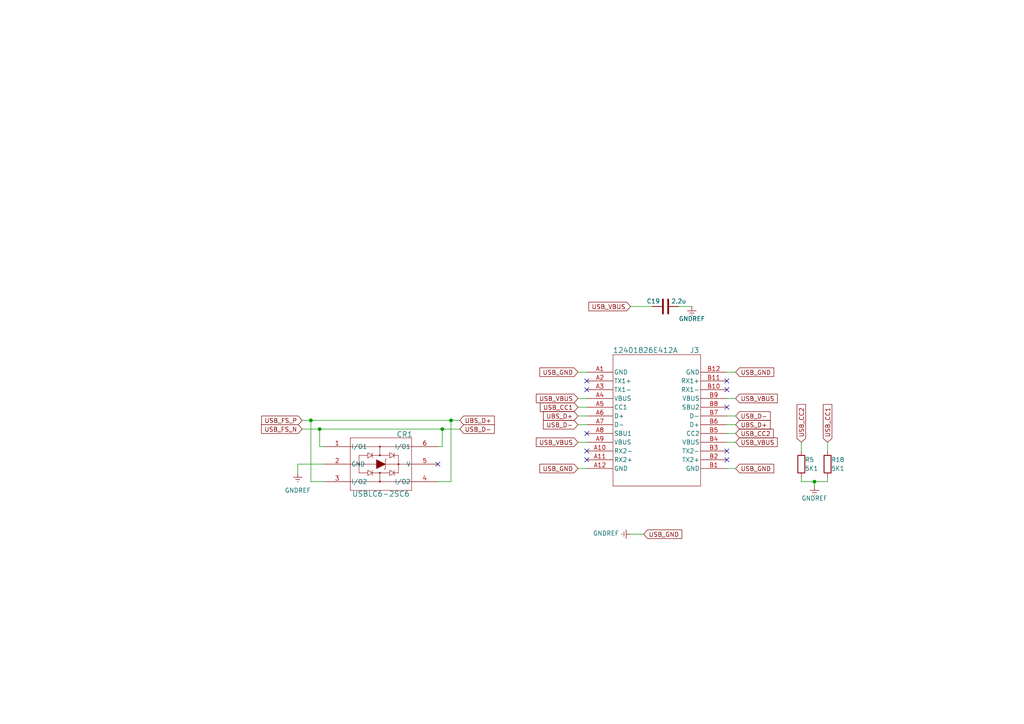
<source format=kicad_sch>
(kicad_sch (version 20250114) (generator "eeschema") (generator_version "9.0")
  (paper "A4")
  (lib_symbols
    (symbol "2026-01-23_08-02-34:12401826E412A" (pin_names (offset 0.254))
      (property "Reference" "J" (at 20.32 10.16 0))
      (property "Value" "12401826E412A" (at 20.32 7.62 0))
      (symbol "12401826E412A_0_1"
        (polyline (pts (xy 7.62 5.08) (xy 7.62 -33.02)) (stroke (width 0.127)))
        (polyline (pts (xy 7.62 -33.02) (xy 33.02 -33.02)) (stroke (width 0.127)))
        (polyline (pts (xy 33.02 5.08) (xy 7.62 5.08)) (stroke (width 0.127)))
        (polyline (pts (xy 33.02 -33.02) (xy 33.02 5.08)) (stroke (width 0.127)))
        (pin power_out line (at 0 0 0) (length 7.62) (name "GND") (number "A1"))
        (pin bidirectional line (at 0 -2.54 0) (length 7.62) (name "TX1+") (number "A2"))
        (pin bidirectional line (at 0 -5.08 0) (length 7.62) (name "TX1-") (number "A3"))
        (pin power_in line (at 0 -7.62 0) (length 7.62) (name "VBUS") (number "A4"))
        (pin bidirectional line (at 0 -10.16 0) (length 7.62) (name "CC1") (number "A5"))
        (pin bidirectional line (at 0 -12.7 0) (length 7.62) (name "D+") (number "A6"))
        (pin bidirectional line (at 0 -15.24 0) (length 7.62) (name "D-") (number "A7"))
        (pin bidirectional line (at 0 -17.78 0) (length 7.62) (name "SBU1") (number "A8"))
        (pin power_in line (at 0 -20.32 0) (length 7.62) (name "VBUS") (number "A9"))
        (pin bidirectional line (at 0 -22.86 0) (length 7.62) (name "RX2-") (number "A10"))
        (pin bidirectional line (at 0 -25.4 0) (length 7.62) (name "RX2+") (number "A11"))
        (pin power_out line (at 0 -27.94 0) (length 7.62) (name "GND") (number "A12"))
        (pin power_out line (at 40.64 0 180) (length 7.62) (name "GND") (number "B12"))
        (pin bidirectional line (at 40.64 -2.54 180) (length 7.62) (name "RX1+") (number "B11"))
        (pin bidirectional line (at 40.64 -5.08 180) (length 7.62) (name "RX1-") (number "B10"))
        (pin power_in line (at 40.64 -7.62 180) (length 7.62) (name "VBUS") (number "B9"))
        (pin bidirectional line (at 40.64 -10.16 180) (length 7.62) (name "SBU2") (number "B8"))
        (pin bidirectional line (at 40.64 -12.7 180) (length 7.62) (name "D-") (number "B7"))
        (pin bidirectional line (at 40.64 -15.24 180) (length 7.62) (name "D+") (number "B6"))
        (pin bidirectional line (at 40.64 -17.78 180) (length 7.62) (name "CC2") (number "B5"))
        (pin power_in line (at 40.64 -20.32 180) (length 7.62) (name "VBUS") (number "B4"))
        (pin bidirectional line (at 40.64 -22.86 180) (length 7.62) (name "TX2-") (number "B3"))
        (pin bidirectional line (at 40.64 -25.4 180) (length 7.62) (name "TX2+") (number "B2"))
        (pin power_out line (at 40.64 -27.94 180) (length 7.62) (name "GND") (number "B1"))
      )
    )
    (symbol "2026-01-23_08-11-04:USBLC6-2SC6" (pin_names (offset 0.254))
      (property "Reference" "CR" (at 16.51 7.62 0))
      (property "Value" "USBLC6-2SC6" (at 16.51 5.08 0))
      (symbol "USBLC6-2SC6_0_1"
        (polyline (pts (xy 7.62 2.54) (xy 7.62 -12.7)) (stroke (width 0.127)))
        (polyline (pts (xy 7.62 0) (xy 25.4 0)) (stroke (width 0.127)))
        (polyline (pts (xy 7.62 -5.08) (xy 25.4 -5.08)) (stroke (width 0.127)))
        (polyline (pts (xy 7.62 -10.16) (xy 25.4 -10.16)) (stroke (width 0.127)))
        (polyline (pts (xy 7.62 -12.7) (xy 25.4 -12.7)) (stroke (width 0.127)))
        (polyline (pts (xy 10.16 -2.54) (xy 10.16 -7.62)) (stroke (width 0.127)))
        (circle (center 10.16 -5.08) (radius 0.127) (stroke (width 0.254)))
        (polyline (pts (xy 10.16 -7.62) (xy 12.7 -7.62)) (stroke (width 0.127)))
        (polyline (pts (xy 12.7 -1.778) (xy 12.7 -3.302)) (stroke (width 0.127)))
        (polyline (pts (xy 12.7 -2.54) (xy 10.16 -2.54)) (stroke (width 0.127)))
        (polyline (pts (xy 12.7 -3.302) (xy 13.97 -2.54)) (stroke (width 0.127)))
        (polyline (pts (xy 12.7 -6.858) (xy 12.7 -8.382)) (stroke (width 0.127)))
        (polyline (pts (xy 12.7 -8.382) (xy 13.97 -7.62)) (stroke (width 0.127)))
        (polyline (pts (xy 13.97 -1.778) (xy 13.97 -3.302)) (stroke (width 0.127)))
        (polyline (pts (xy 13.97 -2.54) (xy 12.7 -1.778)) (stroke (width 0.127)))
        (polyline (pts (xy 13.97 -2.54) (xy 19.05 -2.54)) (stroke (width 0.127)))
        (polyline (pts (xy 13.97 -6.858) (xy 13.97 -8.382)) (stroke (width 0.127)))
        (polyline (pts (xy 13.97 -7.62) (xy 12.7 -6.858)) (stroke (width 0.127)))
        (polyline (pts (xy 13.97 -7.62) (xy 19.05 -7.62)) (stroke (width 0.127)))
        (polyline (pts (xy 15.24 -3.81) (xy 15.24 -6.35)) (stroke (width 0.127)))
        (polyline (pts (xy 15.24 -3.81) (xy 15.24 -6.35) (xy 17.78 -5.08)) (fill (type outline)))
        (polyline (pts (xy 15.24 -6.35) (xy 17.78 -5.08)) (stroke (width 0.127)))
        (circle (center 16.1925 0) (radius 0.127) (stroke (width 0.254)))
        (polyline (pts (xy 16.1925 -2.54) (xy 16.1925 0)) (stroke (width 0.127)))
        (circle (center 16.1925 -2.54) (radius 0.127) (stroke (width 0.254)))
        (polyline (pts (xy 16.1925 -7.62) (xy 16.1925 -10.16)) (stroke (width 0.127)))
        (circle (center 16.1925 -7.62) (radius 0.127) (stroke (width 0.254)))
        (circle (center 16.1925 -10.16) (radius 0.127) (stroke (width 0.254)))
        (polyline (pts (xy 17.78 -3.81) (xy 17.78 -6.35)) (stroke (width 0.127)))
        (polyline (pts (xy 17.78 -3.81) (xy 18.0975 -3.4925)) (stroke (width 0.127)))
        (polyline (pts (xy 17.78 -5.08) (xy 15.24 -3.81)) (stroke (width 0.127)))
        (polyline (pts (xy 17.78 -6.35) (xy 17.4625 -6.6675)) (stroke (width 0.127)))
        (polyline (pts (xy 19.05 -1.778) (xy 20.32 -2.54)) (stroke (width 0.127)))
        (polyline (pts (xy 19.05 -3.302) (xy 19.05 -1.778)) (stroke (width 0.127)))
        (polyline (pts (xy 19.05 -6.858) (xy 20.32 -7.62)) (stroke (width 0.127)))
        (polyline (pts (xy 19.05 -8.382) (xy 19.05 -6.858)) (stroke (width 0.127)))
        (polyline (pts (xy 20.32 -2.54) (xy 19.05 -3.302)) (stroke (width 0.127)))
        (polyline (pts (xy 20.32 -2.54) (xy 21.59 -2.54)) (stroke (width 0.127)))
        (polyline (pts (xy 20.32 -3.302) (xy 20.32 -1.778)) (stroke (width 0.127)))
        (polyline (pts (xy 20.32 -7.62) (xy 19.05 -8.382)) (stroke (width 0.127)))
        (polyline (pts (xy 20.32 -7.62) (xy 21.59 -7.62)) (stroke (width 0.127)))
        (polyline (pts (xy 20.32 -8.382) (xy 20.32 -6.858)) (stroke (width 0.127)))
        (circle (center 21.59 -5.08) (radius 0.127) (stroke (width 0.254)))
        (polyline (pts (xy 21.59 -7.62) (xy 21.59 -2.54)) (stroke (width 0.127)))
        (polyline (pts (xy 25.4 2.54) (xy 7.62 2.54)) (stroke (width 0.127)))
        (polyline (pts (xy 25.4 -12.7) (xy 25.4 2.54)) (stroke (width 0.127)))
        (pin unspecified line (at 0 0 0) (length 7.62) (name "I/O1") (number "1"))
      )
      (symbol "USBLC6-2SC6_1_1"
        (pin unspecified line (at 0 -5.08 0) (length 7.62) (name "GND") (number "2"))
        (pin unspecified line (at 0 -10.16 0) (length 7.62) (name "I/O2") (number "3"))
        (pin unspecified line (at 33.02 0 180) (length 7.62) (name "I/O1") (number "6"))
        (pin unspecified line (at 33.02 -5.08 180) (length 7.62) (name "V") (number "5"))
        (pin unspecified line (at 33.02 -10.16 180) (length 7.62) (name "I/O2") (number "4"))
      )
    )
    (symbol "Device:C" (pin_numbers (hide yes)) (pin_names (offset 0.254))
      (property "Reference" "C" (at 0.635 2.54 0))
      (property "Value" "C" (at 0.635 -2.54 0))
      (symbol "C_0_1"
        (polyline (pts (xy -2.032 0.762) (xy 2.032 0.762)) (stroke (width 0.508)))
        (polyline (pts (xy -2.032 -0.762) (xy 2.032 -0.762)) (stroke (width 0.508)))
      )
      (symbol "C_1_1"
        (pin passive line (at 0 3.81 270) (length 2.794) (name "~") (number "1"))
        (pin passive line (at 0 -3.81 90) (length 2.794) (name "~") (number "2"))
      )
    )
    (symbol "Device:R" (pin_numbers (hide yes)) (pin_names (offset 0))
      (property "Reference" "R" (at 2.032 0 90))
      (property "Value" "R" (at 0 0 90))
      (symbol "R_0_1"
        (rectangle (start -1.016 -2.54) (end 1.016 2.54) (stroke (width 0.254)))
      )
      (symbol "R_1_1"
        (pin passive line (at 0 3.81 270) (length 1.27) (name "~") (number "1"))
        (pin passive line (at 0 -3.81 90) (length 1.27) (name "~") (number "2"))
      )
    )
    (symbol "power:GNDREF" (power) (pin_numbers (hide yes)) (pin_names (offset 0) (hide yes))
      (property "Value" "GNDREF" (at 0 -3.81 0))
      (symbol "GNDREF_0_1"
        (polyline (pts (xy -0.635 -1.905) (xy 0.635 -1.905)))
        (polyline (pts (xy -0.127 -2.54) (xy 0.127 -2.54)))
        (polyline (pts (xy 0 -1.27) (xy 0 0)))
        (polyline (pts (xy 1.27 -1.27) (xy -1.27 -1.27)))
      )
      (symbol "GNDREF_1_1"
        (pin power_in line (at 0 0 270) (length 0) (name "~") (number "1"))
      )
    )
  )
  (junction (at 128.27 124.46))
  (junction (at 236.22 139.7))
  (junction (at 90.17 121.92))
  (junction (at 92.71 124.46))
  (junction (at 130.81 121.92))
  (no_connect (at 170.18 110.49))
  (no_connect (at 210.82 118.11))
  (no_connect (at 127 134.62))
  (no_connect (at 210.82 133.35))
  (no_connect (at 210.82 110.49))
  (no_connect (at 170.18 125.73))
  (no_connect (at 170.18 130.81))
  (no_connect (at 210.82 113.03))
  (no_connect (at 210.82 130.81))
  (no_connect (at 170.18 133.35))
  (no_connect (at 170.18 113.03))
  (wire (pts (xy 86.36 134.62) (xy 93.98 134.62)))
  (wire (pts (xy 130.81 121.92) (xy 130.81 139.7)))
  (wire (pts (xy 232.41 139.7) (xy 232.41 138.43)))
  (wire (pts (xy 87.63 121.92) (xy 90.17 121.92)))
  (wire (pts (xy 232.41 128.27) (xy 232.41 130.81)))
  (wire (pts (xy 210.82 123.19) (xy 213.36 123.19)))
  (wire (pts (xy 210.82 128.27) (xy 213.36 128.27)))
  (wire (pts (xy 167.64 135.89) (xy 170.18 135.89)))
  (wire (pts (xy 128.27 124.46) (xy 128.27 129.54)))
  (wire (pts (xy 167.64 107.95) (xy 170.18 107.95)))
  (wire (pts (xy 236.22 140.97) (xy 236.22 139.7)))
  (wire (pts (xy 128.27 129.54) (xy 127 129.54)))
  (wire (pts (xy 240.03 139.7) (xy 240.03 138.43)))
  (wire (pts (xy 210.82 107.95) (xy 213.36 107.95)))
  (wire (pts (xy 92.71 124.46) (xy 128.27 124.46)))
  (wire (pts (xy 240.03 128.27) (xy 240.03 130.81)))
  (wire (pts (xy 167.64 120.65) (xy 170.18 120.65)))
  (wire (pts (xy 90.17 121.92) (xy 130.81 121.92)))
  (wire (pts (xy 167.64 118.11) (xy 170.18 118.11)))
  (wire (pts (xy 90.17 121.92) (xy 90.17 139.7)))
  (wire (pts (xy 92.71 124.46) (xy 92.71 129.54)))
  (wire (pts (xy 210.82 115.57) (xy 213.36 115.57)))
  (wire (pts (xy 236.22 139.7) (xy 232.41 139.7)))
  (wire (pts (xy 182.88 154.94) (xy 186.69 154.94)))
  (wire (pts (xy 236.22 139.7) (xy 240.03 139.7)))
  (wire (pts (xy 210.82 135.89) (xy 213.36 135.89)))
  (wire (pts (xy 86.36 137.16) (xy 86.36 134.62)))
  (wire (pts (xy 92.71 129.54) (xy 93.98 129.54)))
  (wire (pts (xy 182.88 88.9) (xy 189.23 88.9)))
  (wire (pts (xy 210.82 120.65) (xy 213.36 120.65)))
  (wire (pts (xy 130.81 121.92) (xy 133.35 121.92)))
  (wire (pts (xy 87.63 124.46) (xy 92.71 124.46)))
  (wire (pts (xy 128.27 124.46) (xy 133.35 124.46)))
  (wire (pts (xy 167.64 123.19) (xy 170.18 123.19)))
  (wire (pts (xy 130.81 139.7) (xy 127 139.7)))
  (wire (pts (xy 196.85 88.9) (xy 200.66 88.9)))
  (wire (pts (xy 210.82 125.73) (xy 213.36 125.73)))
  (wire (pts (xy 167.64 115.57) (xy 170.18 115.57)))
  (wire (pts (xy 90.17 139.7) (xy 93.98 139.7)))
  (wire (pts (xy 167.64 128.27) (xy 170.18 128.27)))
  (global_label "UBS_D+" (shape input) (at 213.36 123.19 0) (property "Intersheetrefs" "${INTERSHEET_REFS}" (effects (hide yes))))
  (global_label "USB_VBUS" (shape input) (at 213.36 115.57 0) (property "Intersheetrefs" "${INTERSHEET_REFS}" (effects (hide yes))))
  (global_label "USB_FS_N" (shape input) (at 87.63 124.46 180) (property "Intersheetrefs" "${INTERSHEET_REFS}" (effects (hide yes))))
  (global_label "USB_VBUS" (shape input) (at 213.36 128.27 0) (property "Intersheetrefs" "${INTERSHEET_REFS}" (effects (hide yes))))
  (global_label "USB_GND" (shape input) (at 213.36 107.95 0) (property "Intersheetrefs" "${INTERSHEET_REFS}" (effects (hide yes))))
  (global_label "USB_GND" (shape input) (at 213.36 135.89 0) (property "Intersheetrefs" "${INTERSHEET_REFS}" (effects (hide yes))))
  (global_label "USB_D-" (shape input) (at 167.64 123.19 180) (property "Intersheetrefs" "${INTERSHEET_REFS}" (effects (hide yes))))
  (global_label "USB_CC2" (shape input) (at 213.36 125.73 0) (property "Intersheetrefs" "${INTERSHEET_REFS}" (effects (hide yes))))
  (global_label "USB_GND" (shape input) (at 167.64 107.95 180) (property "Intersheetrefs" "${INTERSHEET_REFS}" (effects (hide yes))))
  (global_label "USB_CC2" (shape input) (at 232.41 128.27 90) (property "Intersheetrefs" "${INTERSHEET_REFS}" (effects (hide yes))))
  (global_label "USB_GND" (shape input) (at 167.64 135.89 180) (property "Intersheetrefs" "${INTERSHEET_REFS}" (effects (hide yes))))
  (global_label "USB_GND" (shape input) (at 186.69 154.94 0) (property "Intersheetrefs" "${INTERSHEET_REFS}" (effects (hide yes))))
  (global_label "USB_VBUS" (shape input) (at 167.64 115.57 180) (property "Intersheetrefs" "${INTERSHEET_REFS}" (effects (hide yes))))
  (global_label "USB_CC1" (shape input) (at 167.64 118.11 180) (property "Intersheetrefs" "${INTERSHEET_REFS}" (effects (hide yes))))
  (global_label "UBS_D+" (shape input) (at 167.64 120.65 180) (property "Intersheetrefs" "${INTERSHEET_REFS}" (effects (hide yes))))
  (global_label "USB_VBUS" (shape input) (at 182.88 88.9 180) (property "Intersheetrefs" "${INTERSHEET_REFS}" (effects (hide yes))))
  (global_label "USB_CC1" (shape input) (at 240.03 128.27 90) (property "Intersheetrefs" "${INTERSHEET_REFS}" (effects (hide yes))))
  (global_label "UBS_D+" (shape input) (at 133.35 121.92 0) (property "Intersheetrefs" "${INTERSHEET_REFS}" (effects (hide yes))))
  (global_label "USB_VBUS" (shape input) (at 167.64 128.27 180) (property "Intersheetrefs" "${INTERSHEET_REFS}" (effects (hide yes))))
  (global_label "USB_FS_P" (shape input) (at 87.63 121.92 180) (property "Intersheetrefs" "${INTERSHEET_REFS}" (effects (hide yes))))
  (global_label "USB_D-" (shape input) (at 133.35 124.46 0) (property "Intersheetrefs" "${INTERSHEET_REFS}" (effects (hide yes))))
  (global_label "USB_D-" (shape input) (at 213.36 120.65 0) (property "Intersheetrefs" "${INTERSHEET_REFS}" (effects (hide yes))))
  (symbol (lib_id "2026-01-23_08-11-04:USBLC6-2SC6") (at 93.98 129.54 0) (unit 1)
    (property "Reference" "CR1" (at 117.348 125.984 0) (effects (font (size 1.524 1.524))))
    (property "Value" "USBLC6-2SC6" (at 110.49 143.256 0) (effects (font (size 1.524 1.524))))
    (property "Footprint" "footprints_usbLC6:SOT23-6L_STM" (effects (hide yes)))
    (property "Datasheet" "https://www.st.com/resource/en/datasheet/usblc6-2.pdf" (effects (hide yes)))
  )
  (symbol (lib_id "power:GNDREF") (at 236.22 140.97 0) (mirror y) (unit 1)
    (property "Reference" "#PWR060" (effects (hide yes)))
    (property "Value" "GNDREF" (at 236.22 144.526 0))
    (property "Description" "Power symbol creates a global label with name \"GNDREF\" , reference supply ground" (effects (hide yes)))
  )
  (symbol (lib_id "power:GNDREF") (at 182.88 154.94 270) (mirror x) (unit 1)
    (property "Reference" "#PWR066" (effects (hide yes)))
    (property "Value" "GNDREF" (at 175.768 154.686 90))
    (property "Description" "Power symbol creates a global label with name \"GNDREF\" , reference supply ground" (effects (hide yes)))
  )
  (symbol (lib_id "2026-01-23_08-02-34:12401826E412A") (at 170.18 107.95 0) (unit 1)
    (property "Reference" "J3" (at 201.422 101.6 0) (effects (font (size 1.524 1.524))))
    (property "Value" "12401826E412A" (at 187.198 101.6 0) (effects (font (size 1.524 1.524))))
    (property "Footprint" "footprints_USB_CON:12401826_AMP" (effects (hide yes)))
    (property "Datasheet" "12401826E412A" (effects (hide yes)))
  )
  (symbol (lib_id "Device:C") (at 193.04 88.9 90) (unit 1)
    (property "Reference" "C19" (at 189.484 87.376 90))
    (property "Value" "2.2u" (at 196.85 87.376 90))
    (property "Footprint" "Capacitor_SMD:C_0603_1608Metric" (effects (hide yes)))
    (property "Description" "Unpolarized capacitor" (effects (hide yes)))
  )
  (symbol (lib_id "Device:R") (at 232.41 134.62 0) (unit 1)
    (property "Reference" "R5" (at 233.426 133.35 0) (effects (justify left)))
    (property "Value" "5K1" (at 233.426 135.89 0) (effects (justify left)))
    (property "Footprint" "Resistor_SMD:R_0603_1608Metric" (effects (hide yes)))
    (property "Description" "Resistor" (effects (hide yes)))
  )
  (symbol (lib_id "power:GNDREF") (at 86.36 137.16 0) (unit 1)
    (property "Reference" "#PWR020" (effects (hide yes)))
    (property "Value" "GNDREF" (at 86.36 142.24 0))
    (property "Description" "Power symbol creates a global label with name \"GNDREF\" , reference supply ground" (effects (hide yes)))
  )
  (symbol (lib_id "power:GNDREF") (at 200.66 88.9 0) (unit 1)
    (property "Reference" "#PWR029" (effects (hide yes)))
    (property "Value" "GNDREF" (at 200.66 92.456 0))
    (property "Description" "Power symbol creates a global label with name \"GNDREF\" , reference supply ground" (effects (hide yes)))
  )
  (symbol (lib_id "Device:R") (at 240.03 134.62 0) (unit 1)
    (property "Reference" "R18" (at 241.046 133.35 0) (effects (justify left)))
    (property "Value" "5K1" (at 241.046 135.89 0) (effects (justify left)))
    (property "Footprint" "Resistor_SMD:R_0603_1608Metric" (effects (hide yes)))
    (property "Description" "Resistor" (effects (hide yes)))
  )
)
</source>
